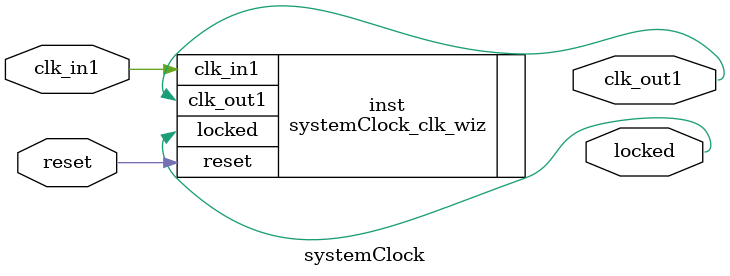
<source format=v>


`timescale 1ps/1ps

(* CORE_GENERATION_INFO = "systemClock,clk_wiz_v5_3_3_0,{component_name=systemClock,use_phase_alignment=true,use_min_o_jitter=false,use_max_i_jitter=false,use_dyn_phase_shift=false,use_inclk_switchover=false,use_dyn_reconfig=false,enable_axi=0,feedback_source=FDBK_AUTO,PRIMITIVE=MMCM,num_out_clk=1,clkin1_period=10.714,clkin2_period=10.0,use_power_down=false,use_reset=true,use_locked=true,use_inclk_stopped=false,feedback_type=SINGLE,CLOCK_MGR_TYPE=NA,manual_override=false}" *)

module systemClock 
 (
  // Clock out ports
  output        clk_out1,
  // Status and control signals
  input         reset,
  output        locked,
 // Clock in ports
  input         clk_in1
 );

  systemClock_clk_wiz inst
  (
  // Clock out ports  
  .clk_out1(clk_out1),
  // Status and control signals               
  .reset(reset), 
  .locked(locked),
 // Clock in ports
  .clk_in1(clk_in1)
  );

endmodule

</source>
